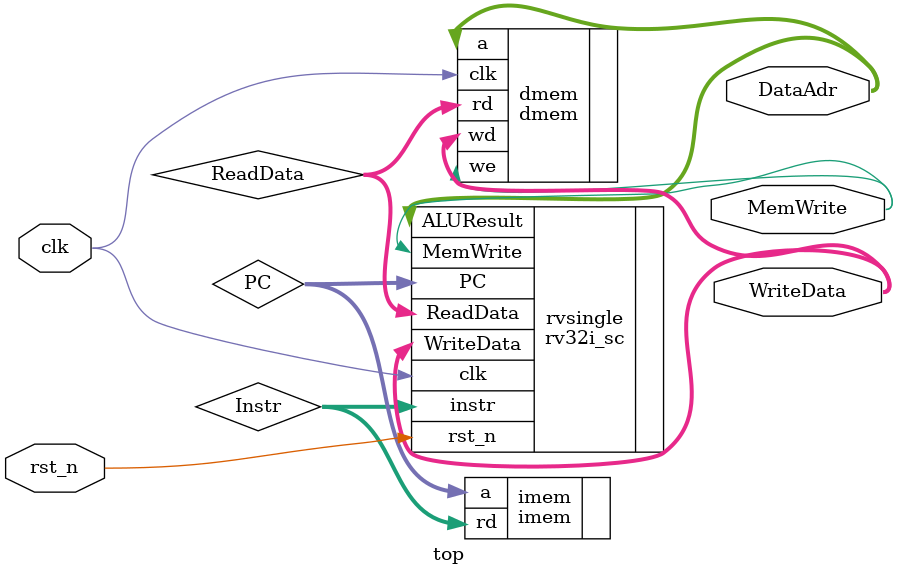
<source format=sv>
module top( 
    input logic clk, rst_n,
    output logic [31:0] WriteData, DataAdr,
    output logic MemWrite
);
    logic [31:0] PC, Instr, ReadData;
    rv32i_sc rvsingle(.clk(clk), .rst_n(rst_n), .PC(PC), .instr(Instr), .MemWrite(MemWrite),
    .WriteData(WriteData), .ReadData(ReadData), .ALUResult(DataAdr));

    imem imem(.a(PC), .rd(Instr));

    dmem dmem(.clk(clk), .we(MemWrite) , .a(DataAdr), .wd(WriteData), .rd(ReadData));
 endmodule


</source>
